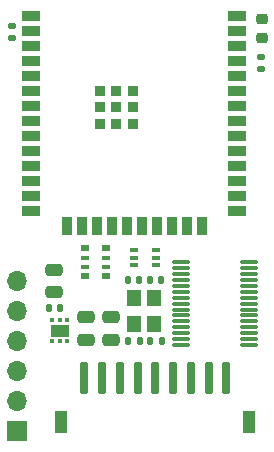
<source format=gbr>
%TF.GenerationSoftware,KiCad,Pcbnew,8.0.2-1*%
%TF.CreationDate,2025-02-04T16:39:30+07:00*%
%TF.ProjectId,ESP32-iPod-BLE,45535033-322d-4695-906f-642d424c452e,rev?*%
%TF.SameCoordinates,Original*%
%TF.FileFunction,Soldermask,Top*%
%TF.FilePolarity,Negative*%
%FSLAX46Y46*%
G04 Gerber Fmt 4.6, Leading zero omitted, Abs format (unit mm)*
G04 Created by KiCad (PCBNEW 8.0.2-1) date 2025-02-04 16:39:30*
%MOMM*%
%LPD*%
G01*
G04 APERTURE LIST*
G04 Aperture macros list*
%AMRoundRect*
0 Rectangle with rounded corners*
0 $1 Rounding radius*
0 $2 $3 $4 $5 $6 $7 $8 $9 X,Y pos of 4 corners*
0 Add a 4 corners polygon primitive as box body*
4,1,4,$2,$3,$4,$5,$6,$7,$8,$9,$2,$3,0*
0 Add four circle primitives for the rounded corners*
1,1,$1+$1,$2,$3*
1,1,$1+$1,$4,$5*
1,1,$1+$1,$6,$7*
1,1,$1+$1,$8,$9*
0 Add four rect primitives between the rounded corners*
20,1,$1+$1,$2,$3,$4,$5,0*
20,1,$1+$1,$4,$5,$6,$7,0*
20,1,$1+$1,$6,$7,$8,$9,0*
20,1,$1+$1,$8,$9,$2,$3,0*%
G04 Aperture macros list end*
%ADD10RoundRect,0.100000X-0.225000X-0.100000X0.225000X-0.100000X0.225000X0.100000X-0.225000X0.100000X0*%
%ADD11RoundRect,0.075000X-0.662500X-0.075000X0.662500X-0.075000X0.662500X0.075000X-0.662500X0.075000X0*%
%ADD12R,0.800000X0.500000*%
%ADD13R,0.800000X0.400000*%
%ADD14RoundRect,0.140000X-0.140000X-0.170000X0.140000X-0.170000X0.140000X0.170000X-0.140000X0.170000X0*%
%ADD15RoundRect,0.140000X0.140000X0.170000X-0.140000X0.170000X-0.140000X-0.170000X0.140000X-0.170000X0*%
%ADD16RoundRect,0.250000X0.475000X-0.250000X0.475000X0.250000X-0.475000X0.250000X-0.475000X-0.250000X0*%
%ADD17RoundRect,0.175000X-0.175000X-1.175000X0.175000X-1.175000X0.175000X1.175000X-0.175000X1.175000X0*%
%ADD18RoundRect,0.250000X-0.300000X-0.700000X0.300000X-0.700000X0.300000X0.700000X-0.300000X0.700000X0*%
%ADD19R,0.900000X0.900000*%
%ADD20R,1.500000X0.900000*%
%ADD21R,0.900000X1.500000*%
%ADD22RoundRect,0.135000X0.185000X-0.135000X0.185000X0.135000X-0.185000X0.135000X-0.185000X-0.135000X0*%
%ADD23RoundRect,0.093750X-0.106250X0.093750X-0.106250X-0.093750X0.106250X-0.093750X0.106250X0.093750X0*%
%ADD24R,1.600000X1.000000*%
%ADD25RoundRect,0.218750X-0.256250X0.218750X-0.256250X-0.218750X0.256250X-0.218750X0.256250X0.218750X0*%
%ADD26R,1.200000X1.400000*%
%ADD27RoundRect,0.250000X-0.475000X0.250000X-0.475000X-0.250000X0.475000X-0.250000X0.475000X0.250000X0*%
%ADD28O,1.700000X1.700000*%
%ADD29R,1.700000X1.700000*%
G04 APERTURE END LIST*
D10*
%TO.C,U4*%
X115100000Y-90450000D03*
X115100000Y-91100000D03*
X115100000Y-91750000D03*
X117000000Y-91750000D03*
X117000000Y-91100000D03*
X117000000Y-90450000D03*
%TD*%
D11*
%TO.C,U3*%
X124862500Y-91500000D03*
X124862500Y-92000000D03*
X124862500Y-92500000D03*
X124862500Y-93000000D03*
X124862500Y-93500000D03*
X124862500Y-94000000D03*
X124862500Y-94500000D03*
X124862500Y-95000000D03*
X124862500Y-95500000D03*
X124862500Y-96000000D03*
X124862500Y-96500000D03*
X124862500Y-97000000D03*
X124862500Y-97500000D03*
X124862500Y-98000000D03*
X124862500Y-98500000D03*
X119137500Y-98500000D03*
X119137500Y-98000000D03*
X119137500Y-97500000D03*
X119137500Y-97000000D03*
X119137500Y-96500000D03*
X119137500Y-96000000D03*
X119137500Y-95500000D03*
X119137500Y-95000000D03*
X119137500Y-94500000D03*
X119137500Y-94000000D03*
X119137500Y-93500000D03*
X119137500Y-93000000D03*
X119137500Y-92500000D03*
X119137500Y-92000000D03*
X119137500Y-91500000D03*
%TD*%
D12*
%TO.C,RN1*%
X112800000Y-92700000D03*
D13*
X112800000Y-91900000D03*
X112800000Y-91100000D03*
D12*
X112800000Y-90300000D03*
X111000000Y-90300000D03*
D13*
X111000000Y-91100000D03*
X111000000Y-91900000D03*
D12*
X111000000Y-92700000D03*
%TD*%
D14*
%TO.C,C8*%
X114651250Y-98200000D03*
X115611250Y-98200000D03*
%TD*%
D15*
%TO.C,C7*%
X115600000Y-93000000D03*
X114640000Y-93000000D03*
%TD*%
D14*
%TO.C,C6*%
X117460000Y-93000000D03*
X116500000Y-93000000D03*
%TD*%
D15*
%TO.C,C5*%
X117480000Y-98200000D03*
X116520000Y-98200000D03*
%TD*%
D16*
%TO.C,C4*%
X113200000Y-98049999D03*
X113200000Y-96150001D03*
%TD*%
%TO.C,C3*%
X111099998Y-98049999D03*
X111099998Y-96150001D03*
%TD*%
D17*
%TO.C,J1*%
X110950000Y-101300000D03*
X112450000Y-101300000D03*
X113950000Y-101300000D03*
X115450000Y-101300000D03*
X116950000Y-101300000D03*
X118450000Y-101300000D03*
X119950000Y-101300000D03*
X121450000Y-101300000D03*
X122950000Y-101300000D03*
D18*
X109000000Y-105000000D03*
X124900000Y-105000000D03*
%TD*%
D19*
%TO.C,U2*%
X115050000Y-79760000D03*
X115050000Y-78360000D03*
X115050000Y-76960000D03*
X113650000Y-79760000D03*
X113650000Y-79760000D03*
X113650000Y-78360000D03*
X113650000Y-76960000D03*
X112250000Y-79760000D03*
X112250000Y-79760000D03*
X112250000Y-78360000D03*
X112250000Y-76960000D03*
X112250000Y-76960000D03*
D20*
X123900000Y-70640000D03*
X123900000Y-71910000D03*
X123900000Y-73180000D03*
X123900000Y-74450000D03*
X123900000Y-75720000D03*
X123900000Y-76990000D03*
X123900000Y-78260000D03*
X123900000Y-79530000D03*
X123900000Y-80800000D03*
X123900000Y-82070000D03*
X123900000Y-83340000D03*
X123900000Y-84610000D03*
X123900000Y-85880000D03*
X123900000Y-87150000D03*
D21*
X120860000Y-88400000D03*
X119590000Y-88400000D03*
X118320000Y-88400000D03*
X117050000Y-88400000D03*
X115780000Y-88400000D03*
X114510000Y-88400000D03*
X113240000Y-88400000D03*
X111970000Y-88400000D03*
X110700000Y-88400000D03*
X109430000Y-88400000D03*
D20*
X106400000Y-87150000D03*
X106400000Y-85880000D03*
X106400000Y-84610000D03*
X106400000Y-83340000D03*
X106400000Y-82070000D03*
X106400000Y-80800000D03*
X106400000Y-79530000D03*
X106400000Y-78260000D03*
X106400000Y-76990000D03*
X106400000Y-75720000D03*
X106400000Y-74450000D03*
X106400000Y-73180000D03*
X106400000Y-71910000D03*
X106400000Y-70640000D03*
%TD*%
D15*
%TO.C,C1*%
X108880000Y-95400000D03*
X107920000Y-95400000D03*
%TD*%
D22*
%TO.C,R2*%
X125900000Y-74090001D03*
X125900000Y-75109999D03*
%TD*%
%TO.C,R1*%
X104800000Y-72509999D03*
X104800000Y-71490001D03*
%TD*%
D23*
%TO.C,U1*%
X109500000Y-96412500D03*
X108850000Y-96412500D03*
X108200000Y-96412500D03*
X108200000Y-98187500D03*
X108850000Y-98187500D03*
X109500000Y-98187500D03*
D24*
X108850000Y-97300000D03*
%TD*%
D25*
%TO.C,D1*%
X126000000Y-70900000D03*
X126000000Y-72475002D03*
%TD*%
D26*
%TO.C,Y2*%
X116800000Y-96700000D03*
X116800000Y-94500000D03*
X115100000Y-94500000D03*
X115100000Y-96700000D03*
%TD*%
D27*
%TO.C,C2*%
X108400000Y-92150001D03*
X108400000Y-94049999D03*
%TD*%
D28*
%TO.C,J2*%
X105200000Y-93100000D03*
X105200000Y-95640000D03*
X105200000Y-98180000D03*
X105200000Y-100720001D03*
X105200000Y-103260000D03*
D29*
X105200000Y-105800000D03*
%TD*%
M02*

</source>
